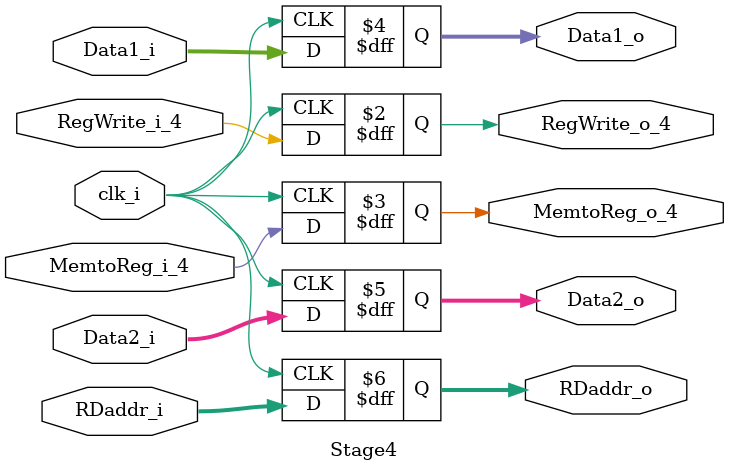
<source format=v>
module Stage4(
	clk_i,
	RegWrite_i_4,
	MemtoReg_i_4,
	RegWrite_o_4,
	MemtoReg_o_4,
	Data1_i,
	Data1_o,
    Data2_i,
	Data2_o,
    RDaddr_i,
    RDaddr_o
);

input	      RegWrite_i_4,MemtoReg_i_4,clk_i;
output	      RegWrite_o_4,MemtoReg_o_4;
input  [31:0] Data1_i, Data2_i;
output [31:0] Data1_o, Data2_o;
input  [4:0]  RDaddr_i;
output [4:0]  RDaddr_o;

reg    		  RegWrite_o_4, MemtoReg_o_4;
reg    [31:0] Data1_o, Data2_o;
reg	   [4:0]  RDaddr_o;

always @(posedge clk_i) begin
	RegWrite_o_4 <= RegWrite_i_4;
	MemtoReg_o_4 <= MemtoReg_i_4;
	Data1_o <= Data1_i;
	Data2_o <= Data2_i;
	RDaddr_o <= RDaddr_i;
end

endmodule

</source>
